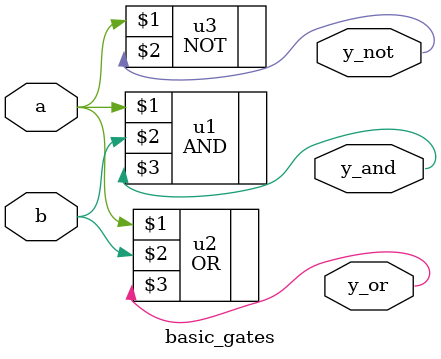
<source format=sv>

module basic_gates(a, b, y_and, y_or, y_not);
  input logic a, b;
  output logic y_and, y_or, y_not;

  // Basic gates
  AND u1(a, b, y_and);
  OR u2(a, b, y_or);
  NOT u3(a, y_not);
endmodule
</source>
